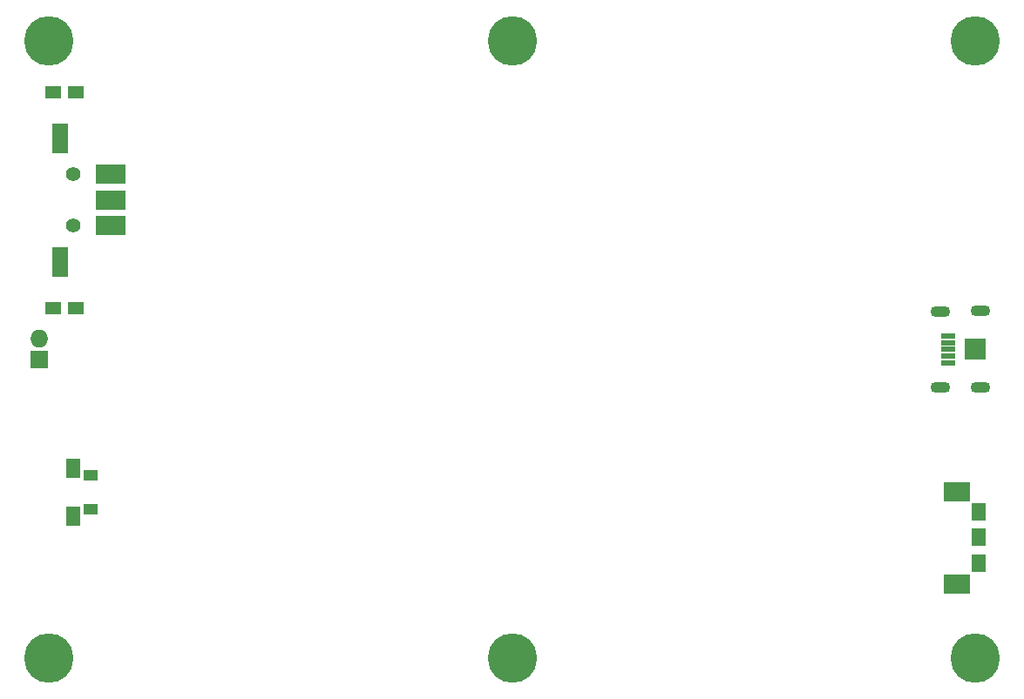
<source format=gbr>
G04 #@! TF.FileFunction,Soldermask,Bot*
%FSLAX46Y46*%
G04 Gerber Fmt 4.6, Leading zero omitted, Abs format (unit mm)*
G04 Created by KiCad (PCBNEW 4.0.7) date Sun Apr  1 16:24:37 2018*
%MOMM*%
%LPD*%
G01*
G04 APERTURE LIST*
%ADD10C,0.100000*%
%ADD11C,4.800000*%
%ADD12R,2.550000X1.900000*%
%ADD13R,1.400000X1.800000*%
%ADD14R,1.400000X1.700000*%
%ADD15R,1.750000X1.750000*%
%ADD16O,1.750000X1.750000*%
%ADD17R,1.400000X1.000000*%
%ADD18R,1.400000X1.950000*%
%ADD19O,1.900000X1.100000*%
%ADD20R,2.100000X2.100000*%
%ADD21R,1.450000X0.500000*%
%ADD22R,1.600000X1.300000*%
%ADD23R,2.900000X1.900000*%
%ADD24C,1.400000*%
%ADD25R,1.600000X2.900000*%
G04 APERTURE END LIST*
D10*
D11*
X176900000Y-103800000D03*
X221900000Y-43800000D03*
X266900000Y-43800000D03*
X221900000Y-103800000D03*
X266900000Y-103800000D03*
X176900000Y-43800000D03*
D12*
X265117919Y-87638069D03*
D13*
X267217919Y-94600000D03*
D12*
X265117919Y-96638069D03*
D14*
X267217919Y-92100000D03*
D13*
X267217919Y-89600000D03*
D15*
X175900000Y-74800000D03*
D16*
X175900000Y-72800000D03*
D17*
X180925000Y-89325000D03*
X180925000Y-86100000D03*
D18*
X179200000Y-85350000D03*
X179200000Y-90050000D03*
D19*
X263450000Y-70125000D03*
X263450000Y-77500000D03*
X267350000Y-70100000D03*
D20*
X266900000Y-73800000D03*
D19*
X267350000Y-77500000D03*
D21*
X264225000Y-72500000D03*
X264225000Y-73150000D03*
X264225000Y-73800000D03*
X264225000Y-74450000D03*
X264225000Y-75100000D03*
D22*
X177300000Y-48800000D03*
X179500000Y-48800000D03*
X177300000Y-69800000D03*
X179500000Y-69800000D03*
D23*
X182900000Y-61800000D03*
X182900000Y-59300000D03*
X182900000Y-56800000D03*
D24*
X179200000Y-56800000D03*
X179200000Y-61800000D03*
D25*
X178000000Y-65300000D03*
X178000000Y-53300000D03*
M02*

</source>
